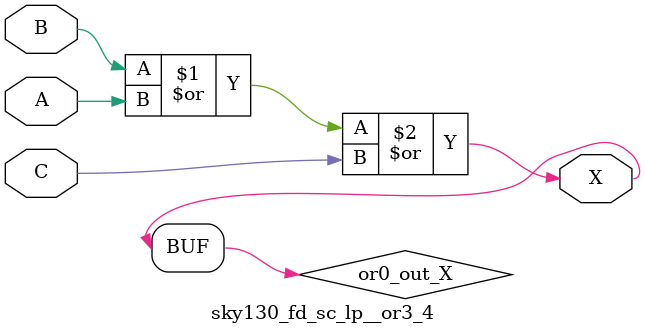
<source format=v>
/*
 * Copyright 2020 The SkyWater PDK Authors
 *
 * Licensed under the Apache License, Version 2.0 (the "License");
 * you may not use this file except in compliance with the License.
 * You may obtain a copy of the License at
 *
 *     https://www.apache.org/licenses/LICENSE-2.0
 *
 * Unless required by applicable law or agreed to in writing, software
 * distributed under the License is distributed on an "AS IS" BASIS,
 * WITHOUT WARRANTIES OR CONDITIONS OF ANY KIND, either express or implied.
 * See the License for the specific language governing permissions and
 * limitations under the License.
 *
 * SPDX-License-Identifier: Apache-2.0
*/


`ifndef SKY130_FD_SC_LP__OR3_4_FUNCTIONAL_V
`define SKY130_FD_SC_LP__OR3_4_FUNCTIONAL_V

/**
 * or3: 3-input OR.
 *
 * Verilog simulation functional model.
 */

`timescale 1ns / 1ps
`default_nettype none

`celldefine
module sky130_fd_sc_lp__or3_4 (
    X,
    A,
    B,
    C
);

    // Module ports
    output X;
    input  A;
    input  B;
    input  C;

    // Local signals
    wire or0_out_X;

    //  Name  Output     Other arguments
    or  or0  (or0_out_X, B, A, C        );
    buf buf0 (X        , or0_out_X      );

endmodule
`endcelldefine

`default_nettype wire
`endif  // SKY130_FD_SC_LP__OR3_4_FUNCTIONAL_V

</source>
